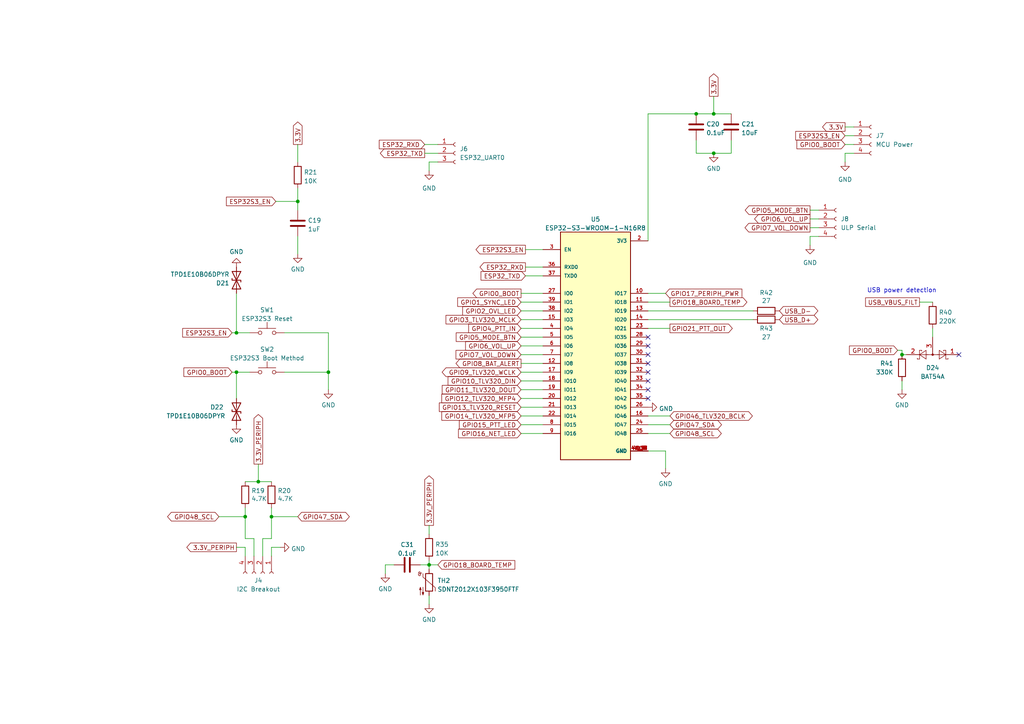
<source format=kicad_sch>
(kicad_sch (version 20230121) (generator eeschema)
  (paper "A4")
  (title_block (title "ezDV") (date "2024-01-01") (rev "v1.0") (company "FreeDV Project"))
  (lib_symbols
    (symbol "Connector:Conn_01x03_Female" (pin_names (offset 1.016) hide)
      (property "Reference" "J" (at 0 5.08 0))
      (property "Value" "Conn_01x03_Female" (at 0 -5.08 0))
      (symbol "Conn_01x03_Female_1_1"
        (arc (start 0 -2.032) (mid -0.5058 -2.54) (end 0 -3.048) (stroke (width 0.1524)))
        (polyline (pts (xy -1.27 -2.54) (xy -0.508 -2.54)) (stroke (width 0.1524)))
        (polyline (pts (xy -1.27 0) (xy -0.508 0)) (stroke (width 0.1524)))
        (polyline (pts (xy -1.27 2.54) (xy -0.508 2.54)) (stroke (width 0.1524)))
        (arc (start 0 0.508) (mid -0.5058 0) (end 0 -0.508) (stroke (width 0.1524)))
        (arc (start 0 3.048) (mid -0.5058 2.54) (end 0 2.032) (stroke (width 0.1524)))
        (pin passive line (at -5.08 2.54 0) (length 3.81) (name "Pin_1") (number "1"))
        (pin passive line (at -5.08 0 0) (length 3.81) (name "Pin_2") (number "2"))
        (pin passive line (at -5.08 -2.54 0) (length 3.81) (name "Pin_3") (number "3"))
      )
    )
    (symbol "Connector:Conn_01x04_Female" (pin_names (offset 1.016) hide)
      (property "Reference" "J" (at 0 5.08 0))
      (property "Value" "Conn_01x04_Female" (at 0 -7.62 0))
      (symbol "Conn_01x04_Female_1_1"
        (arc (start 0 -4.572) (mid -0.5058 -5.08) (end 0 -5.588) (stroke (width 0.1524)))
        (arc (start 0 -2.032) (mid -0.5058 -2.54) (end 0 -3.048) (stroke (width 0.1524)))
        (polyline (pts (xy -1.27 -5.08) (xy -0.508 -5.08)) (stroke (width 0.1524)))
        (polyline (pts (xy -1.27 -2.54) (xy -0.508 -2.54)) (stroke (width 0.1524)))
        (polyline (pts (xy -1.27 0) (xy -0.508 0)) (stroke (width 0.1524)))
        (polyline (pts (xy -1.27 2.54) (xy -0.508 2.54)) (stroke (width 0.1524)))
        (arc (start 0 0.508) (mid -0.5058 0) (end 0 -0.508) (stroke (width 0.1524)))
        (arc (start 0 3.048) (mid -0.5058 2.54) (end 0 2.032) (stroke (width 0.1524)))
        (pin passive line (at -5.08 2.54 0) (length 3.81) (name "Pin_1") (number "1"))
        (pin passive line (at -5.08 0 0) (length 3.81) (name "Pin_2") (number "2"))
        (pin passive line (at -5.08 -2.54 0) (length 3.81) (name "Pin_3") (number "3"))
        (pin passive line (at -5.08 -5.08 0) (length 3.81) (name "Pin_4") (number "4"))
      )
    )
    (symbol "Device:C" (pin_numbers hide) (pin_names (offset 0.254))
      (property "Reference" "C" (at 0.635 2.54 0))
      (property "Value" "C" (at 0.635 -2.54 0))
      (symbol "C_0_1"
        (polyline (pts (xy -2.032 -0.762) (xy 2.032 -0.762)) (stroke (width 0.508)))
        (polyline (pts (xy -2.032 0.762) (xy 2.032 0.762)) (stroke (width 0.508)))
      )
      (symbol "C_1_1"
        (pin passive line (at 0 3.81 270) (length 2.794) (name "~") (number "1"))
        (pin passive line (at 0 -3.81 90) (length 2.794) (name "~") (number "2"))
      )
    )
    (symbol "Device:D_TVS" (pin_numbers hide) (pin_names (offset 1.016) hide)
      (property "Reference" "D" (at 0 2.54 0))
      (property "Value" "D_TVS" (at 0 -2.54 0))
      (symbol "D_TVS_0_1"
        (polyline (pts (xy 1.27 0) (xy -1.27 0)))
        (polyline (pts (xy 0.508 1.27) (xy 0 1.27) (xy 0 -1.27) (xy -0.508 -1.27)) (stroke (width 0.254)))
        (polyline (pts (xy -2.54 1.27) (xy -2.54 -1.27) (xy 2.54 1.27) (xy 2.54 -1.27) (xy -2.54 1.27)) (stroke (width 0.254)))
      )
      (symbol "D_TVS_1_1"
        (pin passive line (at -3.81 0 0) (length 2.54) (name "A1") (number "1"))
        (pin passive line (at 3.81 0 180) (length 2.54) (name "A2") (number "2"))
      )
    )
    (symbol "Device:R" (pin_numbers hide) (pin_names (offset 0))
      (property "Reference" "R" (at 2.032 0 90))
      (property "Value" "R" (at 0 0 90))
      (symbol "R_0_1"
        (rectangle (start -1.016 -2.54) (end 1.016 2.54) (stroke (width 0.254)))
      )
      (symbol "R_1_1"
        (pin passive line (at 0 3.81 270) (length 1.27) (name "~") (number "1"))
        (pin passive line (at 0 -3.81 90) (length 1.27) (name "~") (number "2"))
      )
    )
    (symbol "Device:Thermistor_NTC" (pin_numbers hide) (pin_names (offset 0))
      (property "Reference" "TH" (at -4.445 0 90))
      (property "Value" "Thermistor_NTC" (at 3.175 0 90))
      (symbol "Thermistor_NTC_0_1"
        (arc (start -3.048 2.159) (mid -3.0495 2.3143) (end -3.175 2.413))
        (arc (start -3.048 2.159) (mid -2.9736 1.9794) (end -2.794 1.905))
        (arc (start -3.048 2.794) (mid -2.9736 2.6144) (end -2.794 2.54))
        (arc (start -2.794 1.905) (mid -2.6144 1.9794) (end -2.54 2.159))
        (arc (start -2.794 2.54) (mid -2.4393 2.5587) (end -2.159 2.794))
        (arc (start -2.794 3.048) (mid -2.9736 2.9736) (end -3.048 2.794))
        (arc (start -2.54 2.794) (mid -2.6144 2.9736) (end -2.794 3.048))
        (rectangle (start -1.016 2.54) (end 1.016 -2.54) (stroke (width 0.254)))
        (polyline (pts (xy -2.54 2.159) (xy -2.54 2.794)))
        (polyline (pts (xy -1.778 2.54) (xy -1.778 1.524) (xy 1.778 -1.524) (xy 1.778 -2.54)))
        (polyline (pts (xy -2.54 -3.683) (xy -2.54 -1.397) (xy -2.794 -2.159) (xy -2.286 -2.159) (xy -2.54 -1.397) (xy -2.54 -1.651)) (fill (type outline)))
        (polyline (pts (xy -1.778 -1.397) (xy -1.778 -3.683) (xy -2.032 -2.921) (xy -1.524 -2.921) (xy -1.778 -3.683) (xy -1.778 -3.429)) (fill (type outline)))
      )
      (symbol "Thermistor_NTC_1_1"
        (pin passive line (at 0 3.81 270) (length 1.27) (name "~") (number "1"))
        (pin passive line (at 0 -3.81 90) (length 1.27) (name "~") (number "2"))
      )
    )
    (symbol "Diode:BAT54A" (pin_names (offset 1.016))
      (property "Reference" "D" (at 0.635 -3.81 0))
      (property "Value" "BAT54A" (at -6.35 3.175 0))
      (symbol "BAT54A_0_1"
        (polyline (pts (xy -4.445 1.27) (xy -4.445 1.016)))
        (polyline (pts (xy -3.81 -1.27) (xy -3.81 1.27)))
        (polyline (pts (xy -3.81 -1.27) (xy -3.175 -1.27)))
        (polyline (pts (xy -3.81 0) (xy -1.27 0)))
        (polyline (pts (xy -3.81 1.27) (xy -4.445 1.27)))
        (polyline (pts (xy -3.175 -1.27) (xy -3.175 -1.016)))
        (polyline (pts (xy -1.905 0) (xy 1.905 0)))
        (polyline (pts (xy 1.27 0) (xy 3.81 0)))
        (polyline (pts (xy 3.175 -1.27) (xy 3.175 -1.016)))
        (polyline (pts (xy 3.81 -1.27) (xy 3.175 -1.27)))
        (polyline (pts (xy 3.81 -1.27) (xy 3.81 1.27)))
        (polyline (pts (xy 3.81 1.27) (xy 4.445 1.27)))
        (polyline (pts (xy 4.445 1.27) (xy 4.445 1.016)))
        (polyline (pts (xy -1.905 1.27) (xy -1.905 -1.27) (xy -3.81 0) (xy -1.905 1.27)))
        (polyline (pts (xy 1.905 1.27) (xy 1.905 -1.27) (xy 3.81 0) (xy 1.905 1.27)))
        (circle (center 0 0) (radius 0.254) (fill (type outline)))
      )
      (symbol "BAT54A_1_1"
        (pin passive line (at -7.62 0 0) (length 3.81) (name "~") (number "1"))
        (pin passive line (at 7.62 0 180) (length 3.81) (name "~") (number "2"))
        (pin passive line (at 0 -5.08 90) (length 5.08) (name "~") (number "3"))
      )
    )
    (symbol "ESP32-S3-WROOM-1-N8R8:ESP32-S3-WROOM-1-N8R8" (pin_names (offset 1.016))
      (property "Reference" "U5" (at 0 36.7198 0))
      (property "Value" "ESP32-S3-WROOM-1-N16R8" (at 0 34.1829 0))
      (symbol "ESP32-S3-WROOM-1-N8R8_0_0"
        (rectangle (start -10.16 -33.02) (end 10.16 33.02) (stroke (width 0.254)) (fill (type background)))
        (pin power_in line (at 15.24 -30.48 180) (length 5.08) (name "GND") (number "1"))
        (pin bidirectional line (at 15.24 15.24 180) (length 5.08) (name "IO17") (number "10"))
        (pin bidirectional line (at 15.24 12.7 180) (length 5.08) (name "IO18") (number "11"))
        (pin bidirectional line (at -15.24 -5.08 0) (length 5.08) (name "IO8") (number "12"))
        (pin bidirectional line (at 15.24 10.16 180) (length 5.08) (name "IO19") (number "13"))
        (pin bidirectional line (at 15.24 7.62 180) (length 5.08) (name "IO20") (number "14"))
        (pin bidirectional line (at -15.24 7.62 0) (length 5.08) (name "IO3") (number "15"))
        (pin bidirectional line (at 15.24 -20.32 180) (length 5.08) (name "IO46") (number "16"))
        (pin bidirectional line (at -15.24 -7.62 0) (length 5.08) (name "IO9") (number "17"))
        (pin bidirectional line (at -15.24 -10.16 0) (length 5.08) (name "IO10") (number "18"))
        (pin bidirectional line (at -15.24 -12.7 0) (length 5.08) (name "IO11") (number "19"))
        (pin power_in line (at 15.24 30.48 180) (length 5.08) (name "3V3") (number "2"))
        (pin bidirectional line (at -15.24 -15.24 0) (length 5.08) (name "IO12") (number "20"))
        (pin bidirectional line (at -15.24 -17.78 0) (length 5.08) (name "IO13") (number "21"))
        (pin bidirectional line (at -15.24 -20.32 0) (length 5.08) (name "IO14") (number "22"))
        (pin bidirectional line (at 15.24 5.08 180) (length 5.08) (name "IO21") (number "23"))
        (pin bidirectional line (at 15.24 -22.86 180) (length 5.08) (name "IO47") (number "24"))
        (pin bidirectional line (at 15.24 -25.4 180) (length 5.08) (name "IO48") (number "25"))
        (pin bidirectional line (at 15.24 -17.78 180) (length 5.08) (name "IO45") (number "26"))
        (pin bidirectional line (at -15.24 15.24 0) (length 5.08) (name "IO0") (number "27"))
        (pin bidirectional line (at 15.24 2.54 180) (length 5.08) (name "IO35") (number "28"))
        (pin bidirectional line (at 15.24 0 180) (length 5.08) (name "IO36") (number "29"))
        (pin input line (at -15.24 27.94 0) (length 5.08) (name "EN") (number "3"))
        (pin bidirectional line (at 15.24 -2.54 180) (length 5.08) (name "IO37") (number "30"))
        (pin bidirectional line (at 15.24 -5.08 180) (length 5.08) (name "IO38") (number "31"))
        (pin bidirectional line (at 15.24 -7.62 180) (length 5.08) (name "IO39") (number "32"))
        (pin bidirectional line (at 15.24 -10.16 180) (length 5.08) (name "IO40") (number "33"))
        (pin bidirectional line (at 15.24 -12.7 180) (length 5.08) (name "IO41") (number "34"))
        (pin bidirectional line (at 15.24 -15.24 180) (length 5.08) (name "IO42") (number "35"))
        (pin bidirectional line (at -15.24 22.86 0) (length 5.08) (name "RXD0") (number "36"))
        (pin bidirectional line (at -15.24 20.32 0) (length 5.08) (name "TXD0") (number "37"))
        (pin bidirectional line (at -15.24 10.16 0) (length 5.08) (name "IO2") (number "38"))
        (pin bidirectional line (at -15.24 12.7 0) (length 5.08) (name "IO1") (number "39"))
        (pin bidirectional line (at -15.24 5.08 0) (length 5.08) (name "IO4") (number "4"))
        (pin power_in line (at 15.24 -30.48 180) (length 5.08) (name "GND") (number "40"))
        (pin power_in line (at 15.24 -30.48 180) (length 5.08) (name "GND") (number "41_1"))
        (pin power_in line (at 15.24 -30.48 180) (length 5.08) (name "GND") (number "41_10"))
        (pin power_in line (at 15.24 -30.48 180) (length 5.08) (name "GND") (number "41_11"))
        (pin power_in line (at 15.24 -30.48 180) (length 5.08) (name "GND") (number "41_12"))
        (pin power_in line (at 15.24 -30.48 180) (length 5.08) (name "GND") (number "41_13"))
        (pin power_in line (at 15.24 -30.48 180) (length 5.08) (name "GND") (number "41_14"))
        (pin power_in line (at 15.24 -30.48 180) (length 5.08) (name "GND") (number "41_15"))
        (pin power_in line (at 15.24 -30.48 180) (length 5.08) (name "GND") (number "41_16"))
        (pin power_in line (at 15.24 -30.48 180) (length 5.08) (name "GND") (number "41_17"))
        (pin power_in line (at 15.24 -30.48 180) (length 5.08) (name "GND") (number "41_18"))
        (pin power_in line (at 15.24 -30.48 180) (length 5.08) (name "GND") (number "41_19"))
        (pin power_in line (at 15.24 -30.48 180) (length 5.08) (name "GND") (number "41_2"))
        (pin power_in line (at 15.24 -30.48 180) (length 5.08) (name "GND") (number "41_20"))
        (pin power_in line (at 15.24 -30.48 180) (length 5.08) (name "GND") (number "41_21"))
        (pin power_in line (at 15.24 -30.48 180) (length 5.08) (name "GND") (number "41_3"))
        (pin power_in line (at 15.24 -30.48 180) (length 5.08) (name "GND") (number "41_4"))
        (pin power_in line (at 15.24 -30.48 180) (length 5.08) (name "GND") (number "41_5"))
        (pin power_in line (at 15.24 -30.48 180) (length 5.08) (name "GND") (number "41_6"))
        (pin power_in line (at 15.24 -30.48 180) (length 5.08) (name "GND") (number "41_7"))
        (pin power_in line (at 15.24 -30.48 180) (length 5.08) (name "GND") (number "41_8"))
        (pin power_in line (at 15.24 -30.48 180) (length 5.08) (name "GND") (number "41_9"))
        (pin bidirectional line (at -15.24 2.54 0) (length 5.08) (name "IO5") (number "5"))
        (pin bidirectional line (at -15.24 0 0) (length 5.08) (name "IO6") (number "6"))
        (pin bidirectional line (at -15.24 -2.54 0) (length 5.08) (name "IO7") (number "7"))
        (pin bidirectional line (at -15.24 -22.86 0) (length 5.08) (name "IO15") (number "8"))
        (pin bidirectional line (at -15.24 -25.4 0) (length 5.08) (name "IO16") (number "9"))
      )
    )
    (symbol "Switch:SW_Push" (pin_numbers hide) (pin_names (offset 1.016) hide)
      (property "Reference" "SW" (at 1.27 2.54 0))
      (property "Value" "SW_Push" (at 0 -1.524 0))
      (symbol "SW_Push_0_1"
        (circle (center -2.032 0) (radius 0.508))
        (polyline (pts (xy 0 1.27) (xy 0 3.048)))
        (polyline (pts (xy 2.54 1.27) (xy -2.54 1.27)))
        (circle (center 2.032 0) (radius 0.508))
        (pin passive line (at -5.08 0 0) (length 2.54) (name "1") (number "1"))
        (pin passive line (at 5.08 0 180) (length 2.54) (name "2") (number "2"))
      )
    )
    (symbol "power:GND" (power) (pin_names (offset 0))
      (property "Value" "GND" (at 0 -3.81 0))
      (symbol "GND_0_1"
        (polyline (pts (xy 0 0) (xy 0 -1.27) (xy 1.27 -1.27) (xy 0 -2.54) (xy -1.27 -1.27) (xy 0 -1.27)))
      )
      (symbol "GND_1_1"
        (pin power_in line (at 0 0 270) (length 0) hide (name "GND") (number "1"))
      )
    )
  )
  (junction (at 74.93 139.7))
  (junction (at 95.25 107.95))
  (junction (at 71.12 149.86))
  (junction (at 68.58 107.95))
  (junction (at 68.58 96.52))
  (junction (at 86.36 58.42))
  (junction (at 78.74 149.86))
  (junction (at 207.01 44.45))
  (junction (at 201.93 33.02))
  (junction (at 207.01 33.02))
  (junction (at 261.62 102.87))
  (junction (at 124.46 163.83))
  (no_connect (at 187.96 107.95))
  (no_connect (at 187.96 105.41))
  (no_connect (at 187.96 110.49))
  (no_connect (at 187.96 113.03))
  (no_connect (at 187.96 115.57))
  (no_connect (at 278.13 102.87))
  (no_connect (at 187.96 102.87))
  (no_connect (at 187.96 100.33))
  (no_connect (at 187.96 97.79))
  (wire (pts (xy 151.13 100.33) (xy 157.48 100.33)))
  (wire (pts (xy 187.96 33.02) (xy 187.96 69.85)))
  (wire (pts (xy 245.11 41.91) (xy 247.65 41.91)))
  (wire (pts (xy 187.96 90.17) (xy 218.44 90.17)))
  (wire (pts (xy 151.13 95.25) (xy 157.48 95.25)))
  (wire (pts (xy 151.13 87.63) (xy 157.48 87.63)))
  (wire (pts (xy 76.2 156.21) (xy 76.2 161.29)))
  (wire (pts (xy 123.19 44.45) (xy 127 44.45)))
  (wire (pts (xy 124.46 163.83) (xy 124.46 165.1)))
  (wire (pts (xy 151.13 118.11) (xy 157.48 118.11)))
  (wire (pts (xy 152.4 80.01) (xy 157.48 80.01)))
  (wire (pts (xy 63.5 149.86) (xy 71.12 149.86)))
  (wire (pts (xy 124.46 162.56) (xy 124.46 163.83)))
  (wire (pts (xy 67.31 107.95) (xy 68.58 107.95)))
  (wire (pts (xy 68.58 96.52) (xy 72.39 96.52)))
  (wire (pts (xy 78.74 147.32) (xy 78.74 149.86)))
  (wire (pts (xy 95.25 96.52) (xy 95.25 107.95)))
  (wire (pts (xy 187.96 87.63) (xy 194.31 87.63)))
  (wire (pts (xy 260.35 101.6) (xy 261.62 101.6)))
  (wire (pts (xy 151.13 102.87) (xy 157.48 102.87)))
  (wire (pts (xy 245.11 36.83) (xy 247.65 36.83)))
  (wire (pts (xy 247.65 44.45) (xy 245.11 44.45)))
  (wire (pts (xy 266.7 87.63) (xy 270.51 87.63)))
  (wire (pts (xy 151.13 107.95) (xy 157.48 107.95)))
  (wire (pts (xy 151.13 105.41) (xy 157.48 105.41)))
  (wire (pts (xy 124.46 152.4) (xy 124.46 154.94)))
  (wire (pts (xy 270.51 95.25) (xy 270.51 97.79)))
  (wire (pts (xy 68.58 85.09) (xy 68.58 96.52)))
  (wire (pts (xy 111.76 163.83) (xy 111.76 166.37)))
  (wire (pts (xy 201.93 40.64) (xy 201.93 44.45)))
  (wire (pts (xy 152.4 77.47) (xy 157.48 77.47)))
  (wire (pts (xy 187.96 123.19) (xy 194.31 123.19)))
  (wire (pts (xy 78.74 149.86) (xy 86.36 149.86)))
  (wire (pts (xy 234.95 63.5) (xy 237.49 63.5)))
  (wire (pts (xy 234.95 71.12) (xy 234.95 68.58)))
  (wire (pts (xy 123.19 41.91) (xy 127 41.91)))
  (wire (pts (xy 234.95 60.96) (xy 237.49 60.96)))
  (wire (pts (xy 152.4 72.39) (xy 157.48 72.39)))
  (wire (pts (xy 68.58 158.75) (xy 71.12 158.75)))
  (wire (pts (xy 73.66 156.21) (xy 73.66 161.29)))
  (wire (pts (xy 151.13 123.19) (xy 157.48 123.19)))
  (wire (pts (xy 71.12 147.32) (xy 71.12 149.86)))
  (wire (pts (xy 86.36 68.58) (xy 86.36 73.66)))
  (wire (pts (xy 261.62 101.6) (xy 261.62 102.87)))
  (wire (pts (xy 151.13 85.09) (xy 157.48 85.09)))
  (wire (pts (xy 124.46 46.99) (xy 124.46 49.53)))
  (wire (pts (xy 68.58 107.95) (xy 72.39 107.95)))
  (wire (pts (xy 86.36 41.91) (xy 86.36 46.99)))
  (wire (pts (xy 193.04 130.81) (xy 187.96 130.81)))
  (wire (pts (xy 74.93 134.62) (xy 74.93 139.7)))
  (wire (pts (xy 151.13 115.57) (xy 157.48 115.57)))
  (wire (pts (xy 71.12 158.75) (xy 71.12 161.29)))
  (wire (pts (xy 151.13 90.17) (xy 157.48 90.17)))
  (wire (pts (xy 78.74 158.75) (xy 81.28 158.75)))
  (wire (pts (xy 151.13 110.49) (xy 157.48 110.49)))
  (wire (pts (xy 121.92 163.83) (xy 124.46 163.83)))
  (wire (pts (xy 74.93 139.7) (xy 78.74 139.7)))
  (wire (pts (xy 67.31 96.52) (xy 68.58 96.52)))
  (wire (pts (xy 187.96 95.25) (xy 194.31 95.25)))
  (wire (pts (xy 207.01 33.02) (xy 212.09 33.02)))
  (wire (pts (xy 207.01 27.94) (xy 207.01 33.02)))
  (wire (pts (xy 201.93 33.02) (xy 207.01 33.02)))
  (wire (pts (xy 234.95 66.04) (xy 237.49 66.04)))
  (wire (pts (xy 234.95 68.58) (xy 237.49 68.58)))
  (wire (pts (xy 80.01 58.42) (xy 86.36 58.42)))
  (wire (pts (xy 212.09 44.45) (xy 212.09 40.64)))
  (wire (pts (xy 193.04 135.89) (xy 193.04 130.81)))
  (wire (pts (xy 71.12 156.21) (xy 73.66 156.21)))
  (wire (pts (xy 124.46 163.83) (xy 127 163.83)))
  (wire (pts (xy 187.96 92.71) (xy 218.44 92.71)))
  (wire (pts (xy 78.74 149.86) (xy 78.74 156.21)))
  (wire (pts (xy 201.93 33.02) (xy 187.96 33.02)))
  (wire (pts (xy 207.01 44.45) (xy 212.09 44.45)))
  (wire (pts (xy 127 46.99) (xy 124.46 46.99)))
  (wire (pts (xy 71.12 149.86) (xy 71.12 156.21)))
  (wire (pts (xy 151.13 97.79) (xy 157.48 97.79)))
  (wire (pts (xy 82.55 96.52) (xy 95.25 96.52)))
  (wire (pts (xy 151.13 125.73) (xy 157.48 125.73)))
  (wire (pts (xy 78.74 161.29) (xy 78.74 158.75)))
  (wire (pts (xy 151.13 120.65) (xy 157.48 120.65)))
  (wire (pts (xy 151.13 113.03) (xy 157.48 113.03)))
  (wire (pts (xy 245.11 39.37) (xy 247.65 39.37)))
  (wire (pts (xy 95.25 107.95) (xy 95.25 113.03)))
  (wire (pts (xy 201.93 44.45) (xy 207.01 44.45)))
  (wire (pts (xy 78.74 156.21) (xy 76.2 156.21)))
  (wire (pts (xy 74.93 139.7) (xy 71.12 139.7)))
  (wire (pts (xy 86.36 54.61) (xy 86.36 58.42)))
  (wire (pts (xy 114.3 163.83) (xy 111.76 163.83)))
  (wire (pts (xy 124.46 172.72) (xy 124.46 175.26)))
  (wire (pts (xy 187.96 125.73) (xy 194.31 125.73)))
  (wire (pts (xy 261.62 110.49) (xy 261.62 113.03)))
  (wire (pts (xy 86.36 58.42) (xy 86.36 60.96)))
  (wire (pts (xy 68.58 107.95) (xy 68.58 115.57)))
  (wire (pts (xy 82.55 107.95) (xy 95.25 107.95)))
  (wire (pts (xy 151.13 92.71) (xy 157.48 92.71)))
  (wire (pts (xy 187.96 85.09) (xy 193.04 85.09)))
  (wire (pts (xy 261.62 102.87) (xy 262.89 102.87)))
  (wire (pts (xy 187.96 120.65) (xy 194.31 120.65)))
  (wire (pts (xy 245.11 44.45) (xy 245.11 46.99)))
  (text "USB power detection" (at 251.46 85.09 0) (effects (font (size 1.27 1.27)) (justify left bottom)))
  (global_label "3.3V_PERIPH" (shape output) (at 68.58 158.75 180) (property "Intersheetrefs" "${INTERSHEET_REFS}" (effects hide)))
  (global_label "GPIO0_BOOT" (shape input) (at 245.11 41.91 180) (property "Intersheetrefs" "${INTERSHEET_REFS}" (effects hide)))
  (global_label "GPIO8_BAT_ALERT" (shape output) (at 151.13 105.41 180) (property "Intersheetrefs" "${INTERSHEET_REFS}" (effects hide)))
  (global_label "USB_VBUS_FILT" (shape passive) (at 266.7 87.63 180) (property "Intersheetrefs" "${INTERSHEET_REFS}" (effects hide)))
  (global_label "GPIO0_BOOT" (shape input) (at 67.31 107.95 180) (property "Intersheetrefs" "${INTERSHEET_REFS}" (effects hide)))
  (global_label "GPIO0_BOOT" (shape input) (at 260.35 101.6 180) (property "Intersheetrefs" "${INTERSHEET_REFS}" (effects hide)))
  (global_label "GPIO5_MODE_BTN" (shape input) (at 151.13 97.79 180) (property "Intersheetrefs" "${INTERSHEET_REFS}" (effects hide)))
  (global_label "GPIO3_TLV320_MCLK" (shape input) (at 151.13 92.71 180) (property "Intersheetrefs" "${INTERSHEET_REFS}" (effects hide)))
  (global_label "GPIO17_PERIPH_PWR" (shape input) (at 193.04 85.09 0) (property "Intersheetrefs" "${INTERSHEET_REFS}" (effects hide)))
  (global_label "GPIO47_SDA" (shape bidirectional) (at 86.36 149.86 0) (property "Intersheetrefs" "${INTERSHEET_REFS}" (effects hide)))
  (global_label "ESP32_TXD" (shape output) (at 123.19 44.45 180) (property "Intersheetrefs" "${INTERSHEET_REFS}" (effects hide)))
  (global_label "3.3V" (shape output) (at 86.36 41.91 90) (property "Intersheetrefs" "${INTERSHEET_REFS}" (effects hide)))
  (global_label "GPIO6_VOL_UP" (shape input) (at 151.13 100.33 180) (property "Intersheetrefs" "${INTERSHEET_REFS}" (effects hide)))
  (global_label "GPIO16_NET_LED" (shape input) (at 151.13 125.73 180) (property "Intersheetrefs" "${INTERSHEET_REFS}" (effects hide)))
  (global_label "GPIO18_BOARD_TEMP" (shape input) (at 127 163.83 0) (property "Intersheetrefs" "${INTERSHEET_REFS}" (effects hide)))
  (global_label "GPIO12_TLV320_MFP4" (shape input) (at 151.13 115.57 180) (property "Intersheetrefs" "${INTERSHEET_REFS}" (effects hide)))
  (global_label "GPIO2_OVL_LED" (shape input) (at 151.13 90.17 180) (property "Intersheetrefs" "${INTERSHEET_REFS}" (effects hide)))
  (global_label "GPIO9_TLV320_WCLK" (shape bidirectional) (at 151.13 107.95 180) (property "Intersheetrefs" "${INTERSHEET_REFS}" (effects hide)))
  (global_label "GPIO4_PTT_IN" (shape input) (at 151.13 95.25 180) (property "Intersheetrefs" "${INTERSHEET_REFS}" (effects hide)))
  (global_label "GPIO10_TLV320_DIN" (shape input) (at 151.13 110.49 180) (property "Intersheetrefs" "${INTERSHEET_REFS}" (effects hide)))
  (global_label "GPIO47_SDA" (shape bidirectional) (at 194.31 123.19 0) (property "Intersheetrefs" "${INTERSHEET_REFS}" (effects hide)))
  (global_label "GPIO15_PTT_LED" (shape input) (at 151.13 123.19 180) (property "Intersheetrefs" "${INTERSHEET_REFS}" (effects hide)))
  (global_label "ESP32_TXD" (shape input) (at 152.4 80.01 180) (property "Intersheetrefs" "${INTERSHEET_REFS}" (effects hide)))
  (global_label "GPIO7_VOL_DOWN" (shape output) (at 234.95 66.04 180) (property "Intersheetrefs" "${INTERSHEET_REFS}" (effects hide)))
  (global_label "ESP32_RXD" (shape input) (at 123.19 41.91 180) (property "Intersheetrefs" "${INTERSHEET_REFS}" (effects hide)))
  (global_label "ESP32S3_EN" (shape input) (at 67.31 96.52 180) (property "Intersheetrefs" "${INTERSHEET_REFS}" (effects hide)))
  (global_label "GPIO0_BOOT" (shape output) (at 151.13 85.09 180) (property "Intersheetrefs" "${INTERSHEET_REFS}" (effects hide)))
  (global_label "3.3V_PERIPH" (shape output) (at 124.46 152.4 90) (property "Intersheetrefs" "${INTERSHEET_REFS}" (effects hide)))
  (global_label "GPIO13_TLV320_RESET" (shape input) (at 151.13 118.11 180) (property "Intersheetrefs" "${INTERSHEET_REFS}" (effects hide)))
  (global_label "3.3V" (shape output) (at 207.01 27.94 90) (property "Intersheetrefs" "${INTERSHEET_REFS}" (effects hide)))
  (global_label "3.3V" (shape output) (at 245.11 36.83 180) (property "Intersheetrefs" "${INTERSHEET_REFS}" (effects hide)))
  (global_label "ESP32S3_EN" (shape input) (at 80.01 58.42 180) (property "Intersheetrefs" "${INTERSHEET_REFS}" (effects hide)))
  (global_label "GPIO1_SYNC_LED" (shape input) (at 151.13 87.63 180) (property "Intersheetrefs" "${INTERSHEET_REFS}" (effects hide)))
  (global_label "GPIO14_TLV320_MFP5" (shape input) (at 151.13 120.65 180) (property "Intersheetrefs" "${INTERSHEET_REFS}" (effects hide)))
  (global_label "GPIO7_VOL_DOWN" (shape input) (at 151.13 102.87 180) (property "Intersheetrefs" "${INTERSHEET_REFS}" (effects hide)))
  (global_label "GPIO48_SCL" (shape bidirectional) (at 194.31 125.73 0) (property "Intersheetrefs" "${INTERSHEET_REFS}" (effects hide)))
  (global_label "GPIO5_MODE_BTN" (shape output) (at 234.95 60.96 180) (property "Intersheetrefs" "${INTERSHEET_REFS}" (effects hide)))
  (global_label "3.3V_PERIPH" (shape output) (at 74.93 134.62 90) (property "Intersheetrefs" "${INTERSHEET_REFS}" (effects hide)))
  (global_label "GPIO18_BOARD_TEMP" (shape output) (at 194.31 87.63 0) (property "Intersheetrefs" "${INTERSHEET_REFS}" (effects hide)))
  (global_label "ESP32_RXD" (shape output) (at 152.4 77.47 180) (property "Intersheetrefs" "${INTERSHEET_REFS}" (effects hide)))
  (global_label "USB_D+" (shape bidirectional) (at 226.06 92.71 0) (property "Intersheetrefs" "${INTERSHEET_REFS}" (effects hide)))
  (global_label "ESP32S3_EN" (shape input) (at 245.11 39.37 180) (property "Intersheetrefs" "${INTERSHEET_REFS}" (effects hide)))
  (global_label "GPIO46_TLV320_BCLK" (shape bidirectional) (at 194.31 120.65 0) (property "Intersheetrefs" "${INTERSHEET_REFS}" (effects hide)))
  (global_label "GPIO21_PTT_OUT" (shape output) (at 194.31 95.25 0) (property "Intersheetrefs" "${INTERSHEET_REFS}" (effects hide)))
  (global_label "GPIO11_TLV320_DOUT" (shape input) (at 151.13 113.03 180) (property "Intersheetrefs" "${INTERSHEET_REFS}" (effects hide)))
  (global_label "ESP32S3_EN" (shape output) (at 152.4 72.39 180) (property "Intersheetrefs" "${INTERSHEET_REFS}" (effects hide)))
  (global_label "USB_D-" (shape bidirectional) (at 226.06 90.17 0) (property "Intersheetrefs" "${INTERSHEET_REFS}" (effects hide)))
  (global_label "GPIO6_VOL_UP" (shape output) (at 234.95 63.5 180) (property "Intersheetrefs" "${INTERSHEET_REFS}" (effects hide)))
  (global_label "GPIO48_SCL" (shape bidirectional) (at 63.5 149.86 180) (property "Intersheetrefs" "${INTERSHEET_REFS}" (effects hide)))
  (symbol (lib_id "Device:R") (at 222.25 92.71 270) (unit 1)
    (property "Reference" "R43" (at 222.25 95.25 90))
    (property "Value" "27" (at 222.25 97.79 90))
    (property "Footprint" "Resistor_SMD:R_0402_1005Metric" (effects hide))
    (property "Datasheet" "https://datasheet.lcsc.com/lcsc/2110260230_UNI-ROYAL-Uniroyal-Elec-0402WGF274JTCE_C31439.pdf" (effects hide))
    (property "LCSC" "C25100" (effects hide))
    (property "JLCPCB_Basic" "No" (effects hide))
  )
  (symbol (lib_id "Device:R") (at 71.12 143.51 0) (unit 1)
    (property "Reference" "R19" (at 72.898 142.3416 0) (effects (justify left)))
    (property "Value" "4.7K" (at 72.898 144.653 0) (effects (justify left)))
    (property "Footprint" "Resistor_SMD:R_0603_1608Metric" (effects hide))
    (property "Datasheet" "https://datasheet.lcsc.com/lcsc/1810231411_YAGEO-RC0603FR-074K7L_C99782.pdf" (effects hide))
    (property "LCSC" "C23162" (effects hide))
    (property "JLCPCB_Basic" "Yes" (effects hide))
  )
  (symbol (lib_id "Device:R") (at 124.46 158.75 0) (unit 1)
    (property "Reference" "R35" (at 126.238 157.9153 0) (effects (justify left)))
    (property "Value" "10K" (at 126.238 160.4522 0) (effects (justify left)))
    (property "Footprint" "Resistor_SMD:R_0402_1005Metric" (effects hide))
    (property "Datasheet" "https://datasheet.lcsc.com/lcsc/2206010100_UNI-ROYAL-Uniroyal-Elec-0402WGF1002TCE_C25744.pdf" (effects hide))
    (property "LCSC" "C25744" (effects hide))
    (property "JLCPCB_Basic" "Yes" (effects hide))
  )
  (symbol (lib_id "Device:R") (at 222.25 90.17 270) (unit 1)
    (property "Reference" "R42" (at 222.25 84.9122 90))
    (property "Value" "27" (at 222.25 87.2236 90))
    (property "Footprint" "Resistor_SMD:R_0402_1005Metric" (effects hide))
    (property "Datasheet" "https://datasheet.lcsc.com/lcsc/2110260230_UNI-ROYAL-Uniroyal-Elec-0402WGF274JTCE_C31439.pdf" (effects hide))
    (property "LCSC" "C25100" (effects hide))
    (property "JLCPCB_Basic" "No" (effects hide))
  )
  (symbol (lib_id "power:GND") (at 261.62 113.03 0) (unit 1)
    (property "Reference" "#PWR071" (effects hide))
    (property "Value" "GND" (at 261.62 117.4734 0))
  )
  (symbol (lib_id "power:GND") (at 95.25 113.03 0) (unit 1)
    (property "Reference" "#PWR022" (effects hide))
    (property "Value" "GND" (at 95.25 117.4734 0))
  )
  (symbol (lib_id "Device:R") (at 78.74 143.51 0) (unit 1)
    (property "Reference" "R20" (at 80.518 142.3416 0) (effects (justify left)))
    (property "Value" "4.7K" (at 80.518 144.653 0) (effects (justify left)))
    (property "Footprint" "Resistor_SMD:R_0603_1608Metric" (effects hide))
    (property "Datasheet" "https://datasheet.lcsc.com/lcsc/1810231411_YAGEO-RC0603FR-074K7L_C99782.pdf" (effects hide))
    (property "LCSC" "C23162" (effects hide))
    (property "JLCPCB_Basic" "Yes" (effects hide))
  )
  (symbol (lib_id "power:GND") (at 187.96 118.11 90) (unit 1)
    (property "Reference" "#PWR0104" (effects hide))
    (property "Value" "GND" (at 191.135 118.5438 90) (effects (justify right)))
  )
  (symbol (lib_id "Diode:BAT54A") (at 270.51 102.87 180) (unit 1)
    (property "Reference" "D24" (at 270.51 106.68 0))
    (property "Value" "BAT54A" (at 270.51 109.22 0))
    (property "Footprint" "Package_TO_SOT_SMD:SOT-23" (effects hide))
    (property "Datasheet" "http://www.diodes.com/_files/datasheets/ds11005.pdf" (effects hide))
    (property "LCSC" "C134401" (effects hide))
    (property "JLCPCB_Basic" "No" (effects hide))
  )
  (symbol (lib_id "power:GND") (at 68.58 123.19 0) (unit 1)
    (property "Reference" "#PWR063" (effects hide))
    (property "Value" "GND" (at 68.58 127.6334 0))
  )
  (symbol (lib_id "Connector:Conn_01x04_Female") (at 76.2 166.37 270) (unit 1) (in_bom no)
    (property "Reference" "J4" (at 74.93 168.3496 90))
    (property "Value" "I2C Breakout" (at 74.93 170.8865 90))
    (property "Footprint" "Connector_PinHeader_2.54mm:PinHeader_2x02_P2.54mm_Vertical" (effects hide))
    (property "JLCPCB_Basic" "N/A" (effects hide))
  )
  (symbol (lib_id "power:GND") (at 245.11 46.99 0) (unit 1)
    (property "Reference" "#PWR0105" (effects hide))
    (property "Value" "GND" (at 245.11 52.07 0))
  )
  (symbol (lib_id "Switch:SW_Push") (at 77.47 96.52 0) (unit 1)
    (property "Reference" "SW1" (at 77.47 89.8992 0))
    (property "Value" "ESP32S3 Reset" (at 77.47 92.4361 0))
    (property "Footprint" "Button_Switch_THT:SW_PUSH_6mm_H4.3mm" (effects hide))
    (property "Datasheet" "https://datasheet.lcsc.com/lcsc/2106081503_Shenzhen-Kinghelm-Elec-KH-6X6X4-3H-TJ_C2837514.pdf" (effects hide))
    (property "LCSC" "C2837514" (effects hide))
    (property "JLCPCB_Basic" "No" (effects hide))
  )
  (symbol (lib_id "Device:R") (at 86.36 50.8 0) (unit 1)
    (property "Reference" "R21" (at 88.138 49.9653 0) (effects (justify left)))
    (property "Value" "10K" (at 88.138 52.5022 0) (effects (justify left)))
    (property "Footprint" "Resistor_SMD:R_0402_1005Metric" (effects hide))
    (property "Datasheet" "https://datasheet.lcsc.com/lcsc/2206010100_UNI-ROYAL-Uniroyal-Elec-0402WGF1002TCE_C25744.pdf" (effects hide))
    (property "LCSC" "C25744" (effects hide))
    (property "JLCPCB_Basic" "Yes" (effects hide))
  )
  (symbol (lib_id "Connector:Conn_01x04_Female") (at 252.73 39.37 0) (unit 1) (in_bom no)
    (property "Reference" "J7" (at 254 39.3699 0) (effects (justify left)))
    (property "Value" "MCU Power" (at 254 41.9099 0) (effects (justify left)))
    (property "Footprint" "Connector_PinHeader_2.54mm:PinHeader_1x04_P2.54mm_Vertical" (effects hide))
    (property "JLCPCB_Basic" "N/A" (effects hide))
  )
  (symbol (lib_id "Device:C") (at 212.09 36.83 0) (unit 1)
    (property "Reference" "C21" (at 215.011 35.9953 0) (effects (justify left)))
    (property "Value" "10uF" (at 215.011 38.5322 0) (effects (justify left)))
    (property "Footprint" "Capacitor_SMD:C_0402_1005Metric" (effects hide))
    (property "Datasheet" "https://datasheet.lcsc.com/lcsc/2208231630_Samsung-Electro-Mechanics-CL05A106MQ5NUNC_C15525.pdf" (effects hide))
    (property "LCSC" "C15525" (effects hide))
    (property "JLCPCB_Basic" "Yes" (effects hide))
  )
  (symbol (lib_id "power:GND") (at 81.28 158.75 90) (unit 1)
    (property "Reference" "#PWR0103" (effects hide))
    (property "Value" "GND" (at 84.455 159.1838 90) (effects (justify right)))
  )
  (symbol (lib_id "Device:C") (at 201.93 36.83 0) (unit 1)
    (property "Reference" "C20" (at 204.851 35.9953 0) (effects (justify left)))
    (property "Value" "0.1uF" (at 204.851 38.5322 0) (effects (justify left)))
    (property "Footprint" "Capacitor_SMD:C_0402_1005Metric" (effects hide))
    (property "Datasheet" "https://datasheet.lcsc.com/lcsc/1810191219_Samsung-Electro-Mechanics-CL05B104KO5NNNC_C1525.pdf" (effects hide))
    (property "LCSC" "C1525" (effects hide))
    (property "JLCPCB_Basic" "Yes" (effects hide))
  )
  (symbol (lib_id "Device:D_TVS") (at 68.58 119.38 90) (unit 1)
    (property "Reference" "D22" (at 60.96 118.11 90) (effects (justify right)))
    (property "Value" "TPD1E10B06DPYR" (at 48.26 120.65 90) (effects (justify right)))
    (property "Footprint" "ezDV_production:DIO_TPD1E05U06DPYR" (effects hide))
    (property "Datasheet" "https://www.ti.com/lit/ds/symlink/tpd1e10b06.pdf?ts=1673062853444" (effects hide))
    (property "LCSC" "C48260" (effects hide))
    (property "JLCPCB_Basic" "Yes" (effects hide))
  )
  (symbol (lib_id "Connector:Conn_01x04_Female") (at 242.57 63.5 0) (unit 1) (in_bom no)
    (property "Reference" "J8" (at 243.84 63.4999 0) (effects (justify left)))
    (property "Value" "ULP Serial" (at 243.84 66.0399 0) (effects (justify left)))
    (property "Footprint" "Connector_PinHeader_2.54mm:PinHeader_2x02_P2.54mm_Vertical" (effects hide))
    (property "JLCPCB_Basic" "N/A" (effects hide))
  )
  (symbol (lib_id "power:GND") (at 111.76 166.37 0) (unit 1)
    (property "Reference" "#PWR0117" (effects hide))
    (property "Value" "GND" (at 111.76 170.8134 0))
  )
  (symbol (lib_id "power:GND") (at 124.46 49.53 0) (unit 1)
    (property "Reference" "#PWR044" (effects hide))
    (property "Value" "GND" (at 124.46 54.61 0))
  )
  (symbol (lib_id "power:GND") (at 207.01 44.45 0) (unit 1)
    (property "Reference" "#PWR024" (effects hide))
    (property "Value" "GND" (at 207.01 48.8934 0))
  )
  (symbol (lib_id "Connector:Conn_01x03_Female") (at 132.08 44.45 0) (unit 1) (in_bom no)
    (property "Reference" "J6" (at 133.35 43.1799 0) (effects (justify left)))
    (property "Value" "ESP32_UART0" (at 133.35 45.7199 0) (effects (justify left)))
    (property "Footprint" "Connector_PinHeader_2.54mm:PinHeader_1x03_P2.54mm_Vertical" (effects hide))
    (property "JLCPCB_Basic" "N/A" (effects hide))
  )
  (symbol (lib_id "power:GND") (at 86.36 73.66 0) (unit 1)
    (property "Reference" "#PWR021" (effects hide))
    (property "Value" "GND" (at 86.36 78.1034 0))
  )
  (symbol (lib_id "Switch:SW_Push") (at 77.47 107.95 0) (unit 1)
    (property "Reference" "SW2" (at 77.47 101.3292 0))
    (property "Value" "ESP32S3 Boot Method" (at 77.47 103.8661 0))
    (property "Footprint" "Button_Switch_THT:SW_PUSH_6mm_H4.3mm" (effects hide))
    (property "Datasheet" "https://datasheet.lcsc.com/lcsc/2106081503_Shenzhen-Kinghelm-Elec-KH-6X6X4-3H-TJ_C2837514.pdf" (effects hide))
    (property "LCSC" "C2837514" (effects hide))
    (property "JLCPCB_Basic" "No" (effects hide))
  )
  (symbol (lib_id "power:GND") (at 68.58 77.47 180) (unit 1)
    (property "Reference" "#PWR062" (effects hide))
    (property "Value" "GND" (at 68.58 73.0266 0))
  )
  (symbol (lib_id "Device:R") (at 270.51 91.44 0) (unit 1)
    (property "Reference" "R40" (at 272.288 90.6053 0) (effects (justify left)))
    (property "Value" "220K" (at 272.288 93.1422 0) (effects (justify left)))
    (property "Footprint" "Resistor_SMD:R_0402_1005Metric" (effects hide))
    (property "Datasheet" "https://datasheet.lcsc.com/lcsc/2206010100_UNI-ROYAL-Uniroyal-Elec-0402WGF2203TCE_C25767.pdf" (effects hide))
    (property "LCSC" "C25767" (effects hide))
    (property "JLCPCB_Basic" "No" (effects hide))
  )
  (symbol (lib_id "Device:C") (at 86.36 64.77 0) (unit 1)
    (property "Reference" "C19" (at 89.281 63.9353 0) (effects (justify left)))
    (property "Value" "1uF" (at 89.281 66.4722 0) (effects (justify left)))
    (property "Footprint" "Capacitor_SMD:C_0402_1005Metric" (effects hide))
    (property "Datasheet" "https://datasheet.lcsc.com/lcsc/2304140030_Samsung-Electro-Mechanics-CL05A105KA5NQNC_C52923.pdf" (effects hide))
    (property "LCSC" "C52923" (effects hide))
    (property "JLCPCB_Basic" "Yes" (effects hide))
  )
  (symbol (lib_id "Device:D_TVS") (at 68.58 81.28 270) (unit 1)
    (property "Reference" "D21" (at 66.548 82.1147 90) (effects (justify right)))
    (property "Value" "TPD1E10B06DPYR" (at 66.548 79.5778 90) (effects (justify right)))
    (property "Footprint" "ezDV_production:DIO_TPD1E05U06DPYR" (effects hide))
    (property "Datasheet" "https://www.ti.com/lit/ds/symlink/tpd1e10b06.pdf?ts=1673062853444" (effects hide))
    (property "LCSC" "C48260" (effects hide))
    (property "JLCPCB_Basic" "Yes" (effects hide))
  )
  (symbol (lib_id "ESP32-S3-WROOM-1-N8R8:ESP32-S3-WROOM-1-N8R8") (at 172.72 100.33 0) (unit 1)
    (property "Reference" "U5" (at 172.72 63.6102 0))
    (property "Value" "ESP32-S3-WROOM-1-N16R8" (at 172.72 66.1471 0))
    (property "Footprint" "ezDV_production:XCVR_ESP32S3WROOM1N8R8" (effects hide))
    (property "AVAILABILITY" "In Stock" (effects hide))
    (property "DESCRIPTION" "Bluetooth, WiFi 802.11b/g/n, Bluetooth v5.0 Transceiver Module 2.4GHz PCB Trace Surface Mount" (effects hide))
    (property "MF" "Espressif Systems" (effects hide))
    (property "PRICE" "None" (effects hide))
    (property "MP" "ESP32S3WROOM1N8R8" (effects hide))
    (property "PURCHASE-URL" "https://pricing.snapeda.com/search/part/ESP32S3WROOM1N8R8/?ref=eda" (effects hide))
    (property "PACKAGE" "SMD-41 Espressif Systems" (effects hide))
    (property "LCSC" "C2913202" (effects hide))
    (property "JLCPCB_Basic" "No" (effects hide))
  )
  (symbol (lib_id "Device:R") (at 261.62 106.68 0) (unit 1)
    (property "Reference" "R41" (at 255.27 105.41 0) (effects (justify left)))
    (property "Value" "330K" (at 254 107.95 0) (effects (justify left)))
    (property "Footprint" "Resistor_SMD:R_0402_1005Metric" (effects hide))
    (property "Datasheet" "https://datasheet.lcsc.com/lcsc/2206010100_UNI-ROYAL-Uniroyal-Elec-0402WGF3303TCE_C25778.pdf" (effects hide))
    (property "LCSC" "C25778" (effects hide))
    (property "JLCPCB_Basic" "No" (effects hide))
  )
  (symbol (lib_id "power:GND") (at 193.04 135.89 0) (unit 1)
    (property "Reference" "#PWR023" (effects hide))
    (property "Value" "GND" (at 193.04 140.3334 0))
  )
  (symbol (lib_id "Device:C") (at 118.11 163.83 90) (unit 1)
    (property "Reference" "C31" (at 118.11 157.9712 90))
    (property "Value" "0.1uF" (at 118.11 160.5081 90))
    (property "Footprint" "Capacitor_SMD:C_0402_1005Metric" (effects hide))
    (property "Datasheet" "https://datasheet.lcsc.com/lcsc/1810191219_Samsung-Electro-Mechanics-CL05B104KO5NNNC_C1525.pdf" (effects hide))
    (property "LCSC" "C1525" (effects hide))
    (property "JLCPCB_Basic" "Yes" (effects hide))
  )
  (symbol (lib_id "Device:Thermistor_NTC") (at 124.46 168.91 0) (unit 1)
    (property "Reference" "TH2" (at 126.873 168.3928 0) (effects (justify left)))
    (property "Value" "SDNT2012X103F3950FTF" (at 126.873 170.9297 0) (effects (justify left)))
    (property "Footprint" "Resistor_SMD:R_0805_2012Metric" (effects hide))
    (property "Datasheet" "https://datasheet.lcsc.com/lcsc/2110081230_Sunlord-SDNT2012X103F3950FTF_C95968.pdf" (effects hide))
    (property "LCSC" "C95968" (effects hide))
    (property "JLCPCB_Basic" "No" (effects hide))
  )
  (symbol (lib_id "power:GND") (at 234.95 71.12 0) (unit 1)
    (property "Reference" "#PWR045" (effects hide))
    (property "Value" "GND" (at 234.95 76.2 0))
  )
  (symbol (lib_id "power:GND") (at 124.46 175.26 0) (unit 1)
    (property "Reference" "#PWR04" (effects hide))
    (property "Value" "GND" (at 124.46 179.7034 0))
  )
)
</source>
